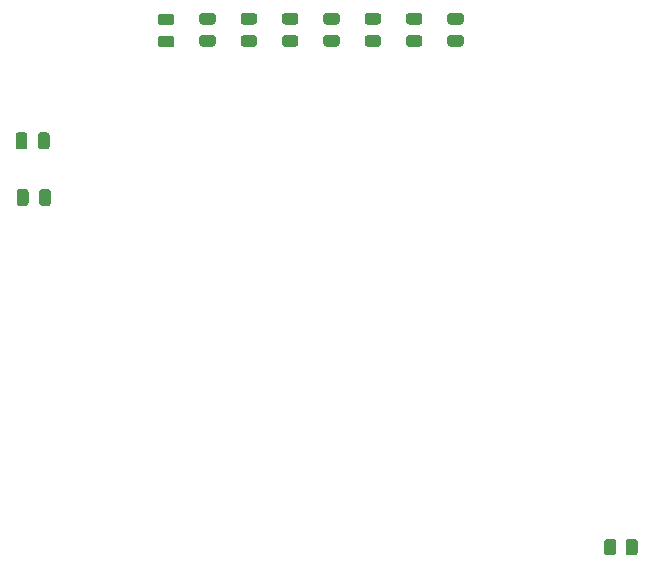
<source format=gbr>
%TF.GenerationSoftware,KiCad,Pcbnew,(5.1.10)-1*%
%TF.CreationDate,2022-03-07T13:38:47+08:00*%
%TF.ProjectId,MAX7000-GPU,4d415837-3030-4302-9d47-50552e6b6963,rev?*%
%TF.SameCoordinates,Original*%
%TF.FileFunction,Paste,Top*%
%TF.FilePolarity,Positive*%
%FSLAX46Y46*%
G04 Gerber Fmt 4.6, Leading zero omitted, Abs format (unit mm)*
G04 Created by KiCad (PCBNEW (5.1.10)-1) date 2022-03-07 13:38:47*
%MOMM*%
%LPD*%
G01*
G04 APERTURE LIST*
G04 APERTURE END LIST*
%TO.C,R4*%
G36*
G01*
X241300000Y-98650001D02*
X241300000Y-97749999D01*
G75*
G02*
X241549999Y-97500000I249999J0D01*
G01*
X242075001Y-97500000D01*
G75*
G02*
X242325000Y-97749999I0J-249999D01*
G01*
X242325000Y-98650001D01*
G75*
G02*
X242075001Y-98900000I-249999J0D01*
G01*
X241549999Y-98900000D01*
G75*
G02*
X241300000Y-98650001I0J249999D01*
G01*
G37*
G36*
G01*
X239475000Y-98650001D02*
X239475000Y-97749999D01*
G75*
G02*
X239724999Y-97500000I249999J0D01*
G01*
X240250001Y-97500000D01*
G75*
G02*
X240500000Y-97749999I0J-249999D01*
G01*
X240500000Y-98650001D01*
G75*
G02*
X240250001Y-98900000I-249999J0D01*
G01*
X239724999Y-98900000D01*
G75*
G02*
X239475000Y-98650001I0J249999D01*
G01*
G37*
%TD*%
%TO.C,D8*%
G36*
G01*
X226443750Y-54850000D02*
X227356250Y-54850000D01*
G75*
G02*
X227600000Y-55093750I0J-243750D01*
G01*
X227600000Y-55581250D01*
G75*
G02*
X227356250Y-55825000I-243750J0D01*
G01*
X226443750Y-55825000D01*
G75*
G02*
X226200000Y-55581250I0J243750D01*
G01*
X226200000Y-55093750D01*
G75*
G02*
X226443750Y-54850000I243750J0D01*
G01*
G37*
G36*
G01*
X226443750Y-52975000D02*
X227356250Y-52975000D01*
G75*
G02*
X227600000Y-53218750I0J-243750D01*
G01*
X227600000Y-53706250D01*
G75*
G02*
X227356250Y-53950000I-243750J0D01*
G01*
X226443750Y-53950000D01*
G75*
G02*
X226200000Y-53706250I0J243750D01*
G01*
X226200000Y-53218750D01*
G75*
G02*
X226443750Y-52975000I243750J0D01*
G01*
G37*
%TD*%
%TO.C,D7*%
G36*
G01*
X222943750Y-54850000D02*
X223856250Y-54850000D01*
G75*
G02*
X224100000Y-55093750I0J-243750D01*
G01*
X224100000Y-55581250D01*
G75*
G02*
X223856250Y-55825000I-243750J0D01*
G01*
X222943750Y-55825000D01*
G75*
G02*
X222700000Y-55581250I0J243750D01*
G01*
X222700000Y-55093750D01*
G75*
G02*
X222943750Y-54850000I243750J0D01*
G01*
G37*
G36*
G01*
X222943750Y-52975000D02*
X223856250Y-52975000D01*
G75*
G02*
X224100000Y-53218750I0J-243750D01*
G01*
X224100000Y-53706250D01*
G75*
G02*
X223856250Y-53950000I-243750J0D01*
G01*
X222943750Y-53950000D01*
G75*
G02*
X222700000Y-53706250I0J243750D01*
G01*
X222700000Y-53218750D01*
G75*
G02*
X222943750Y-52975000I243750J0D01*
G01*
G37*
%TD*%
%TO.C,D6*%
G36*
G01*
X219443750Y-54850000D02*
X220356250Y-54850000D01*
G75*
G02*
X220600000Y-55093750I0J-243750D01*
G01*
X220600000Y-55581250D01*
G75*
G02*
X220356250Y-55825000I-243750J0D01*
G01*
X219443750Y-55825000D01*
G75*
G02*
X219200000Y-55581250I0J243750D01*
G01*
X219200000Y-55093750D01*
G75*
G02*
X219443750Y-54850000I243750J0D01*
G01*
G37*
G36*
G01*
X219443750Y-52975000D02*
X220356250Y-52975000D01*
G75*
G02*
X220600000Y-53218750I0J-243750D01*
G01*
X220600000Y-53706250D01*
G75*
G02*
X220356250Y-53950000I-243750J0D01*
G01*
X219443750Y-53950000D01*
G75*
G02*
X219200000Y-53706250I0J243750D01*
G01*
X219200000Y-53218750D01*
G75*
G02*
X219443750Y-52975000I243750J0D01*
G01*
G37*
%TD*%
%TO.C,D5*%
G36*
G01*
X215943750Y-54850000D02*
X216856250Y-54850000D01*
G75*
G02*
X217100000Y-55093750I0J-243750D01*
G01*
X217100000Y-55581250D01*
G75*
G02*
X216856250Y-55825000I-243750J0D01*
G01*
X215943750Y-55825000D01*
G75*
G02*
X215700000Y-55581250I0J243750D01*
G01*
X215700000Y-55093750D01*
G75*
G02*
X215943750Y-54850000I243750J0D01*
G01*
G37*
G36*
G01*
X215943750Y-52975000D02*
X216856250Y-52975000D01*
G75*
G02*
X217100000Y-53218750I0J-243750D01*
G01*
X217100000Y-53706250D01*
G75*
G02*
X216856250Y-53950000I-243750J0D01*
G01*
X215943750Y-53950000D01*
G75*
G02*
X215700000Y-53706250I0J243750D01*
G01*
X215700000Y-53218750D01*
G75*
G02*
X215943750Y-52975000I243750J0D01*
G01*
G37*
%TD*%
%TO.C,D4*%
G36*
G01*
X212443750Y-54850000D02*
X213356250Y-54850000D01*
G75*
G02*
X213600000Y-55093750I0J-243750D01*
G01*
X213600000Y-55581250D01*
G75*
G02*
X213356250Y-55825000I-243750J0D01*
G01*
X212443750Y-55825000D01*
G75*
G02*
X212200000Y-55581250I0J243750D01*
G01*
X212200000Y-55093750D01*
G75*
G02*
X212443750Y-54850000I243750J0D01*
G01*
G37*
G36*
G01*
X212443750Y-52975000D02*
X213356250Y-52975000D01*
G75*
G02*
X213600000Y-53218750I0J-243750D01*
G01*
X213600000Y-53706250D01*
G75*
G02*
X213356250Y-53950000I-243750J0D01*
G01*
X212443750Y-53950000D01*
G75*
G02*
X212200000Y-53706250I0J243750D01*
G01*
X212200000Y-53218750D01*
G75*
G02*
X212443750Y-52975000I243750J0D01*
G01*
G37*
%TD*%
%TO.C,D3*%
G36*
G01*
X208943750Y-54850000D02*
X209856250Y-54850000D01*
G75*
G02*
X210100000Y-55093750I0J-243750D01*
G01*
X210100000Y-55581250D01*
G75*
G02*
X209856250Y-55825000I-243750J0D01*
G01*
X208943750Y-55825000D01*
G75*
G02*
X208700000Y-55581250I0J243750D01*
G01*
X208700000Y-55093750D01*
G75*
G02*
X208943750Y-54850000I243750J0D01*
G01*
G37*
G36*
G01*
X208943750Y-52975000D02*
X209856250Y-52975000D01*
G75*
G02*
X210100000Y-53218750I0J-243750D01*
G01*
X210100000Y-53706250D01*
G75*
G02*
X209856250Y-53950000I-243750J0D01*
G01*
X208943750Y-53950000D01*
G75*
G02*
X208700000Y-53706250I0J243750D01*
G01*
X208700000Y-53218750D01*
G75*
G02*
X208943750Y-52975000I243750J0D01*
G01*
G37*
%TD*%
%TO.C,D2*%
G36*
G01*
X205443750Y-54850000D02*
X206356250Y-54850000D01*
G75*
G02*
X206600000Y-55093750I0J-243750D01*
G01*
X206600000Y-55581250D01*
G75*
G02*
X206356250Y-55825000I-243750J0D01*
G01*
X205443750Y-55825000D01*
G75*
G02*
X205200000Y-55581250I0J243750D01*
G01*
X205200000Y-55093750D01*
G75*
G02*
X205443750Y-54850000I243750J0D01*
G01*
G37*
G36*
G01*
X205443750Y-52975000D02*
X206356250Y-52975000D01*
G75*
G02*
X206600000Y-53218750I0J-243750D01*
G01*
X206600000Y-53706250D01*
G75*
G02*
X206356250Y-53950000I-243750J0D01*
G01*
X205443750Y-53950000D01*
G75*
G02*
X205200000Y-53706250I0J243750D01*
G01*
X205200000Y-53218750D01*
G75*
G02*
X205443750Y-52975000I243750J0D01*
G01*
G37*
%TD*%
%TO.C,D1*%
G36*
G01*
X201943750Y-54912500D02*
X202856250Y-54912500D01*
G75*
G02*
X203100000Y-55156250I0J-243750D01*
G01*
X203100000Y-55643750D01*
G75*
G02*
X202856250Y-55887500I-243750J0D01*
G01*
X201943750Y-55887500D01*
G75*
G02*
X201700000Y-55643750I0J243750D01*
G01*
X201700000Y-55156250D01*
G75*
G02*
X201943750Y-54912500I243750J0D01*
G01*
G37*
G36*
G01*
X201943750Y-53037500D02*
X202856250Y-53037500D01*
G75*
G02*
X203100000Y-53281250I0J-243750D01*
G01*
X203100000Y-53768750D01*
G75*
G02*
X202856250Y-54012500I-243750J0D01*
G01*
X201943750Y-54012500D01*
G75*
G02*
X201700000Y-53768750I0J243750D01*
G01*
X201700000Y-53281250D01*
G75*
G02*
X201943750Y-53037500I243750J0D01*
G01*
G37*
%TD*%
%TO.C,C25*%
G36*
G01*
X191550000Y-64275000D02*
X191550000Y-63325000D01*
G75*
G02*
X191800000Y-63075000I250000J0D01*
G01*
X192300000Y-63075000D01*
G75*
G02*
X192550000Y-63325000I0J-250000D01*
G01*
X192550000Y-64275000D01*
G75*
G02*
X192300000Y-64525000I-250000J0D01*
G01*
X191800000Y-64525000D01*
G75*
G02*
X191550000Y-64275000I0J250000D01*
G01*
G37*
G36*
G01*
X189650000Y-64275000D02*
X189650000Y-63325000D01*
G75*
G02*
X189900000Y-63075000I250000J0D01*
G01*
X190400000Y-63075000D01*
G75*
G02*
X190650000Y-63325000I0J-250000D01*
G01*
X190650000Y-64275000D01*
G75*
G02*
X190400000Y-64525000I-250000J0D01*
G01*
X189900000Y-64525000D01*
G75*
G02*
X189650000Y-64275000I0J250000D01*
G01*
G37*
%TD*%
%TO.C,C24*%
G36*
G01*
X191650000Y-69075000D02*
X191650000Y-68125000D01*
G75*
G02*
X191900000Y-67875000I250000J0D01*
G01*
X192400000Y-67875000D01*
G75*
G02*
X192650000Y-68125000I0J-250000D01*
G01*
X192650000Y-69075000D01*
G75*
G02*
X192400000Y-69325000I-250000J0D01*
G01*
X191900000Y-69325000D01*
G75*
G02*
X191650000Y-69075000I0J250000D01*
G01*
G37*
G36*
G01*
X189750000Y-69075000D02*
X189750000Y-68125000D01*
G75*
G02*
X190000000Y-67875000I250000J0D01*
G01*
X190500000Y-67875000D01*
G75*
G02*
X190750000Y-68125000I0J-250000D01*
G01*
X190750000Y-69075000D01*
G75*
G02*
X190500000Y-69325000I-250000J0D01*
G01*
X190000000Y-69325000D01*
G75*
G02*
X189750000Y-69075000I0J250000D01*
G01*
G37*
%TD*%
M02*

</source>
